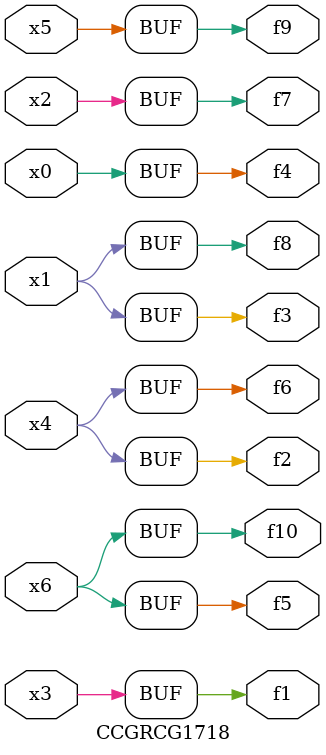
<source format=v>
module CCGRCG1718(
	input x0, x1, x2, x3, x4, x5, x6,
	output f1, f2, f3, f4, f5, f6, f7, f8, f9, f10
);
	assign f1 = x3;
	assign f2 = x4;
	assign f3 = x1;
	assign f4 = x0;
	assign f5 = x6;
	assign f6 = x4;
	assign f7 = x2;
	assign f8 = x1;
	assign f9 = x5;
	assign f10 = x6;
endmodule

</source>
